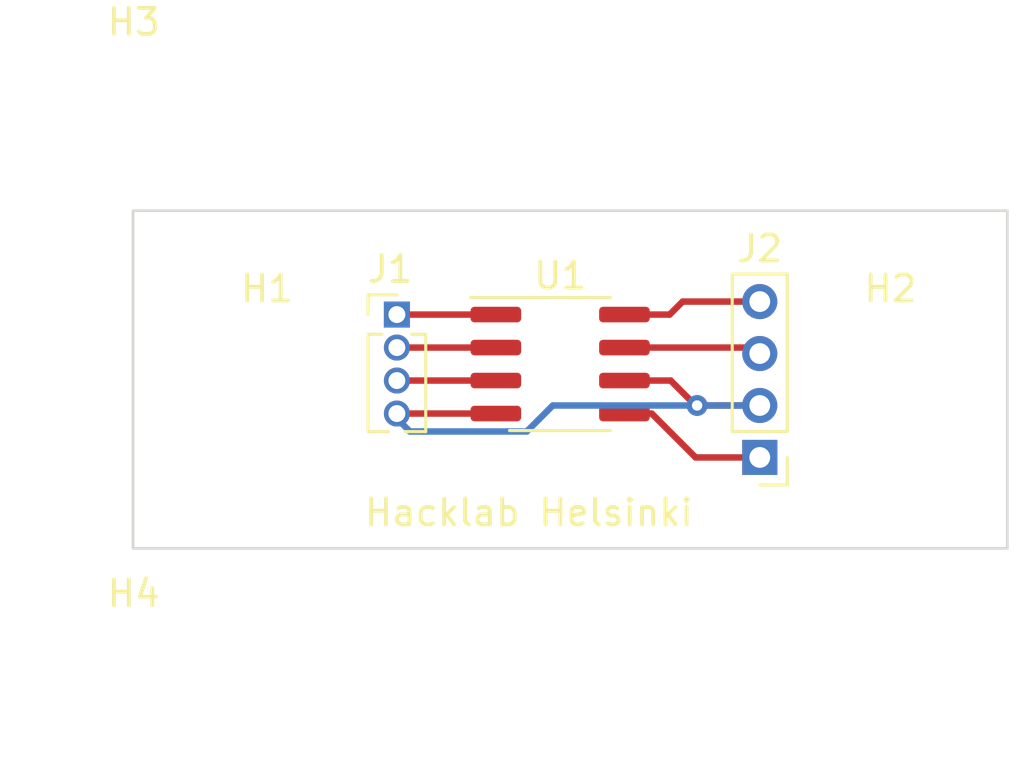
<source format=kicad_pcb>
(kicad_pcb (version 20171130) (host pcbnew 5.1.12-84ad8e8a86~92~ubuntu18.04.1)

  (general
    (thickness 1.6)
    (drawings 5)
    (tracks 21)
    (zones 0)
    (modules 7)
    (nets 8)
  )

  (page A4)
  (layers
    (0 F.Cu signal)
    (31 B.Cu signal)
    (32 B.Adhes user)
    (33 F.Adhes user)
    (34 B.Paste user)
    (35 F.Paste user)
    (36 B.SilkS user)
    (37 F.SilkS user)
    (38 B.Mask user)
    (39 F.Mask user)
    (40 Dwgs.User user)
    (41 Cmts.User user)
    (42 Eco1.User user)
    (43 Eco2.User user)
    (44 Edge.Cuts user)
    (45 Margin user)
    (46 B.CrtYd user)
    (47 F.CrtYd user)
    (48 B.Fab user)
    (49 F.Fab user)
  )

  (setup
    (last_trace_width 0.25)
    (trace_clearance 0.2)
    (zone_clearance 0.508)
    (zone_45_only no)
    (trace_min 0.2)
    (via_size 0.8)
    (via_drill 0.4)
    (via_min_size 0.4)
    (via_min_drill 0.3)
    (uvia_size 0.3)
    (uvia_drill 0.1)
    (uvias_allowed no)
    (uvia_min_size 0.2)
    (uvia_min_drill 0.1)
    (edge_width 0.05)
    (segment_width 0.2)
    (pcb_text_width 0.3)
    (pcb_text_size 1.5 1.5)
    (mod_edge_width 0.12)
    (mod_text_size 1 1)
    (mod_text_width 0.15)
    (pad_size 1.524 1.524)
    (pad_drill 0.762)
    (pad_to_mask_clearance 0)
    (aux_axis_origin 0 -0.0048)
    (grid_origin 0 -0.0048)
    (visible_elements FFFFFF7F)
    (pcbplotparams
      (layerselection 0x010fc_ffffffff)
      (usegerberextensions false)
      (usegerberattributes false)
      (usegerberadvancedattributes true)
      (creategerberjobfile true)
      (excludeedgelayer true)
      (linewidth 0.100000)
      (plotframeref false)
      (viasonmask false)
      (mode 1)
      (useauxorigin false)
      (hpglpennumber 1)
      (hpglpenspeed 20)
      (hpglpendiameter 15.000000)
      (psnegative false)
      (psa4output false)
      (plotreference true)
      (plotvalue true)
      (plotinvisibletext false)
      (padsonsilk false)
      (subtractmaskfromsilk false)
      (outputformat 1)
      (mirror false)
      (drillshape 0)
      (scaleselection 1)
      (outputdirectory "../../docker/etool/resources/soic-gerber/"))
  )

  (net 0 "")
  (net 1 "Net-(J1-Pad4)")
  (net 2 "Net-(J1-Pad3)")
  (net 3 "Net-(J1-Pad2)")
  (net 4 "Net-(J1-Pad1)")
  (net 5 "Net-(J2-Pad4)")
  (net 6 "Net-(J2-Pad3)")
  (net 7 "Net-(J2-Pad1)")

  (net_class Default "This is the default net class."
    (clearance 0.2)
    (trace_width 0.25)
    (via_dia 0.8)
    (via_drill 0.4)
    (uvia_dia 0.3)
    (uvia_drill 0.1)
    (add_net "Net-(J1-Pad1)")
    (add_net "Net-(J1-Pad2)")
    (add_net "Net-(J1-Pad3)")
    (add_net "Net-(J1-Pad4)")
    (add_net "Net-(J2-Pad1)")
    (add_net "Net-(J2-Pad3)")
    (add_net "Net-(J2-Pad4)")
  )

  (module MountingHole:MountingHole_2.1mm (layer F.Cu) (tedit 5B924765) (tstamp 6225E564)
    (at 0 -0.0048)
    (descr "Mounting Hole 2.1mm, no annular")
    (tags "mounting hole 2.1mm no annular")
    (path /6225EF9E)
    (attr virtual)
    (fp_text reference H4 (at 0 -3.2) (layer F.SilkS)
      (effects (font (size 1 1) (thickness 0.15)))
    )
    (fp_text value MountingHole (at 0 3.2) (layer F.Fab)
      (effects (font (size 1 1) (thickness 0.15)))
    )
    (fp_circle (center 0 0) (end 2.1 0) (layer Cmts.User) (width 0.15))
    (fp_circle (center 0 0) (end 2.35 0) (layer F.CrtYd) (width 0.05))
    (fp_text user %R (at 0.3 0) (layer F.Fab)
      (effects (font (size 1 1) (thickness 0.15)))
    )
    (pad "" np_thru_hole circle (at 0 0) (size 2.1 2.1) (drill 2.1) (layers *.Cu *.Mask))
  )

  (module MountingHole:MountingHole_2.1mm (layer F.Cu) (tedit 5B924765) (tstamp 6225E55C)
    (at 0 -22.0048)
    (descr "Mounting Hole 2.1mm, no annular")
    (tags "mounting hole 2.1mm no annular")
    (path /6225ED9F)
    (attr virtual)
    (fp_text reference H3 (at 0 -3.2) (layer F.SilkS)
      (effects (font (size 1 1) (thickness 0.15)))
    )
    (fp_text value MountingHole (at 0 3.2) (layer F.Fab)
      (effects (font (size 1 1) (thickness 0.15)))
    )
    (fp_circle (center 0 0) (end 2.1 0) (layer Cmts.User) (width 0.15))
    (fp_circle (center 0 0) (end 2.35 0) (layer F.CrtYd) (width 0.05))
    (fp_text user %R (at 0.3 0) (layer F.Fab)
      (effects (font (size 1 1) (thickness 0.15)))
    )
    (pad "" np_thru_hole circle (at 0 0) (size 2.1 2.1) (drill 2.1) (layers *.Cu *.Mask))
  )

  (module MountingHole:MountingHole_2.5mm (layer F.Cu) (tedit 56D1B4CB) (tstamp 621DC1A1)
    (at 29.13 -11.4428)
    (descr "Mounting Hole 2.5mm, no annular")
    (tags "mounting hole 2.5mm no annular")
    (path /621DC814)
    (attr virtual)
    (fp_text reference H2 (at 0 -3.5) (layer F.SilkS)
      (effects (font (size 1 1) (thickness 0.15)))
    )
    (fp_text value MountingHole (at 0 3.5) (layer F.Fab)
      (effects (font (size 1 1) (thickness 0.15)))
    )
    (fp_circle (center 0 0) (end 2.5 0) (layer Cmts.User) (width 0.15))
    (fp_circle (center 0 0) (end 2.75 0) (layer F.CrtYd) (width 0.05))
    (fp_text user %R (at 0.3 0) (layer F.Fab)
      (effects (font (size 1 1) (thickness 0.15)))
    )
    (pad 1 np_thru_hole circle (at 0 0) (size 2.5 2.5) (drill 2.5) (layers *.Cu *.Mask))
  )

  (module MountingHole:MountingHole_2.5mm (layer F.Cu) (tedit 56D1B4CB) (tstamp 621DC18C)
    (at 5.13 -11.4428)
    (descr "Mounting Hole 2.5mm, no annular")
    (tags "mounting hole 2.5mm no annular")
    (path /621DC444)
    (attr virtual)
    (fp_text reference H1 (at 0 -3.5) (layer F.SilkS)
      (effects (font (size 1 1) (thickness 0.15)))
    )
    (fp_text value MountingHole (at 0 3.5) (layer F.Fab)
      (effects (font (size 1 1) (thickness 0.15)))
    )
    (fp_circle (center 0 0) (end 2.5 0) (layer Cmts.User) (width 0.15))
    (fp_circle (center 0 0) (end 2.75 0) (layer F.CrtYd) (width 0.05))
    (fp_text user %R (at 0.3 0) (layer F.Fab)
      (effects (font (size 1 1) (thickness 0.15)))
    )
    (pad 1 np_thru_hole circle (at 0 0) (size 2.5 2.5) (drill 2.5) (layers *.Cu *.Mask))
  )

  (module Connector_PinHeader_2.00mm:PinHeader_1x04_P2.00mm_Vertical (layer F.Cu) (tedit 59FED667) (tstamp 6217733E)
    (at 24.1 -8.4428 180)
    (descr "Through hole straight pin header, 1x04, 2.00mm pitch, single row")
    (tags "Through hole pin header THT 1x04 2.00mm single row")
    (path /621776AF)
    (fp_text reference J2 (at 0 8.04) (layer F.SilkS)
      (effects (font (size 1 1) (thickness 0.15)))
    )
    (fp_text value Conn_01x04_Male (at 0 8.06) (layer F.Fab)
      (effects (font (size 1 1) (thickness 0.15)))
    )
    (fp_line (start 1.5 -1.5) (end -1.5 -1.5) (layer F.CrtYd) (width 0.05))
    (fp_line (start 1.5 7.5) (end 1.5 -1.5) (layer F.CrtYd) (width 0.05))
    (fp_line (start -1.5 7.5) (end 1.5 7.5) (layer F.CrtYd) (width 0.05))
    (fp_line (start -1.5 -1.5) (end -1.5 7.5) (layer F.CrtYd) (width 0.05))
    (fp_line (start -1.06 -1.06) (end 0 -1.06) (layer F.SilkS) (width 0.12))
    (fp_line (start -1.06 0) (end -1.06 -1.06) (layer F.SilkS) (width 0.12))
    (fp_line (start -1.06 1) (end 1.06 1) (layer F.SilkS) (width 0.12))
    (fp_line (start 1.06 1) (end 1.06 7.06) (layer F.SilkS) (width 0.12))
    (fp_line (start -1.06 1) (end -1.06 7.06) (layer F.SilkS) (width 0.12))
    (fp_line (start -1.06 7.06) (end 1.06 7.06) (layer F.SilkS) (width 0.12))
    (fp_line (start -1 -0.5) (end -0.5 -1) (layer F.Fab) (width 0.1))
    (fp_line (start -1 7) (end -1 -0.5) (layer F.Fab) (width 0.1))
    (fp_line (start 1 7) (end -1 7) (layer F.Fab) (width 0.1))
    (fp_line (start 1 -1) (end 1 7) (layer F.Fab) (width 0.1))
    (fp_line (start -0.5 -1) (end 1 -1) (layer F.Fab) (width 0.1))
    (fp_text user %R (at 0 3 90) (layer F.Fab)
      (effects (font (size 1 1) (thickness 0.15)))
    )
    (pad 4 thru_hole oval (at 0 6 180) (size 1.35 1.35) (drill 0.8) (layers *.Cu *.Mask)
      (net 5 "Net-(J2-Pad4)"))
    (pad 3 thru_hole oval (at 0 4 180) (size 1.35 1.35) (drill 0.8) (layers *.Cu *.Mask)
      (net 6 "Net-(J2-Pad3)"))
    (pad 2 thru_hole oval (at 0 2 180) (size 1.35 1.35) (drill 0.8) (layers *.Cu *.Mask)
      (net 1 "Net-(J1-Pad4)"))
    (pad 1 thru_hole rect (at 0 0 180) (size 1.35 1.35) (drill 0.8) (layers *.Cu *.Mask)
      (net 7 "Net-(J2-Pad1)"))
    (model ${KISYS3DMOD}/Connector_PinHeader_2.00mm.3dshapes/PinHeader_1x04_P2.00mm_Vertical.wrl
      (at (xyz 0 0 0))
      (scale (xyz 1 1 1))
      (rotate (xyz 0 0 0))
    )
  )

  (module Connector_PinHeader_1.27mm:PinHeader_1x04_P1.27mm_Vertical (layer F.Cu) (tedit 59FED6E3) (tstamp 621766BB)
    (at 10.13 -13.9428)
    (descr "Through hole straight pin header, 1x04, 1.27mm pitch, single row")
    (tags "Through hole pin header THT 1x04 1.27mm single row")
    (path /62176C3C)
    (fp_text reference J1 (at -0.25 -1.75) (layer F.SilkS)
      (effects (font (size 1 1) (thickness 0.15)))
    )
    (fp_text value Conn_01x04_Male (at 0 5.505) (layer F.Fab)
      (effects (font (size 1 1) (thickness 0.15)))
    )
    (fp_line (start 1.55 -1.15) (end -1.55 -1.15) (layer F.CrtYd) (width 0.05))
    (fp_line (start 1.55 4.95) (end 1.55 -1.15) (layer F.CrtYd) (width 0.05))
    (fp_line (start -1.55 4.95) (end 1.55 4.95) (layer F.CrtYd) (width 0.05))
    (fp_line (start -1.55 -1.15) (end -1.55 4.95) (layer F.CrtYd) (width 0.05))
    (fp_line (start -1.11 -0.76) (end 0 -0.76) (layer F.SilkS) (width 0.12))
    (fp_line (start -1.11 0) (end -1.11 -0.76) (layer F.SilkS) (width 0.12))
    (fp_line (start 0.563471 0.76) (end 1.11 0.76) (layer F.SilkS) (width 0.12))
    (fp_line (start -1.11 0.76) (end -0.563471 0.76) (layer F.SilkS) (width 0.12))
    (fp_line (start 1.11 0.76) (end 1.11 4.505) (layer F.SilkS) (width 0.12))
    (fp_line (start -1.11 0.76) (end -1.11 4.505) (layer F.SilkS) (width 0.12))
    (fp_line (start 0.30753 4.505) (end 1.11 4.505) (layer F.SilkS) (width 0.12))
    (fp_line (start -1.11 4.505) (end -0.30753 4.505) (layer F.SilkS) (width 0.12))
    (fp_line (start -1.05 -0.11) (end -0.525 -0.635) (layer F.Fab) (width 0.1))
    (fp_line (start -1.05 4.445) (end -1.05 -0.11) (layer F.Fab) (width 0.1))
    (fp_line (start 1.05 4.445) (end -1.05 4.445) (layer F.Fab) (width 0.1))
    (fp_line (start 1.05 -0.635) (end 1.05 4.445) (layer F.Fab) (width 0.1))
    (fp_line (start -0.525 -0.635) (end 1.05 -0.635) (layer F.Fab) (width 0.1))
    (fp_text user %R (at 0 1.905 90) (layer F.Fab)
      (effects (font (size 1 1) (thickness 0.15)))
    )
    (pad 4 thru_hole oval (at 0 3.81) (size 1 1) (drill 0.65) (layers *.Cu *.Mask)
      (net 1 "Net-(J1-Pad4)"))
    (pad 3 thru_hole oval (at 0 2.54) (size 1 1) (drill 0.65) (layers *.Cu *.Mask)
      (net 2 "Net-(J1-Pad3)"))
    (pad 2 thru_hole oval (at 0 1.27) (size 1 1) (drill 0.65) (layers *.Cu *.Mask)
      (net 3 "Net-(J1-Pad2)"))
    (pad 1 thru_hole rect (at 0 0) (size 1 1) (drill 0.65) (layers *.Cu *.Mask)
      (net 4 "Net-(J1-Pad1)"))
    (model ${KISYS3DMOD}/Connector_PinHeader_1.27mm.3dshapes/PinHeader_1x04_P1.27mm_Vertical.wrl
      (at (xyz 0 0 0))
      (scale (xyz 1 1 1))
      (rotate (xyz 0 0 0))
    )
  )

  (module Package_SO:SOIC-8_3.9x4.9mm_P1.27mm (layer F.Cu) (tedit 5D9F72B1) (tstamp 621768EC)
    (at 16.415 -12.0378)
    (descr "SOIC, 8 Pin (JEDEC MS-012AA, https://www.analog.com/media/en/package-pcb-resources/package/pkg_pdf/soic_narrow-r/r_8.pdf), generated with kicad-footprint-generator ipc_gullwing_generator.py")
    (tags "SOIC SO")
    (path /6217633E)
    (attr smd)
    (fp_text reference U1 (at 0 -3.4) (layer F.SilkS)
      (effects (font (size 1 1) (thickness 0.15)))
    )
    (fp_text value LF398_SOIC8 (at 0 3.4) (layer F.Fab)
      (effects (font (size 1 1) (thickness 0.15)))
    )
    (fp_line (start 3.7 -2.7) (end -3.7 -2.7) (layer F.CrtYd) (width 0.05))
    (fp_line (start 3.7 2.7) (end 3.7 -2.7) (layer F.CrtYd) (width 0.05))
    (fp_line (start -3.7 2.7) (end 3.7 2.7) (layer F.CrtYd) (width 0.05))
    (fp_line (start -3.7 -2.7) (end -3.7 2.7) (layer F.CrtYd) (width 0.05))
    (fp_line (start -1.95 -1.475) (end -0.975 -2.45) (layer F.Fab) (width 0.1))
    (fp_line (start -1.95 2.45) (end -1.95 -1.475) (layer F.Fab) (width 0.1))
    (fp_line (start 1.95 2.45) (end -1.95 2.45) (layer F.Fab) (width 0.1))
    (fp_line (start 1.95 -2.45) (end 1.95 2.45) (layer F.Fab) (width 0.1))
    (fp_line (start -0.975 -2.45) (end 1.95 -2.45) (layer F.Fab) (width 0.1))
    (fp_line (start 0 -2.56) (end -3.45 -2.56) (layer F.SilkS) (width 0.12))
    (fp_line (start 0 -2.56) (end 1.95 -2.56) (layer F.SilkS) (width 0.12))
    (fp_line (start 0 2.56) (end -1.95 2.56) (layer F.SilkS) (width 0.12))
    (fp_line (start 0 2.56) (end 1.95 2.56) (layer F.SilkS) (width 0.12))
    (fp_text user %R (at 0 0) (layer F.Fab)
      (effects (font (size 0.98 0.98) (thickness 0.15)))
    )
    (pad 8 smd roundrect (at 2.475 -1.905) (size 1.95 0.6) (layers F.Cu F.Paste F.Mask) (roundrect_rratio 0.25)
      (net 5 "Net-(J2-Pad4)"))
    (pad 7 smd roundrect (at 2.475 -0.635) (size 1.95 0.6) (layers F.Cu F.Paste F.Mask) (roundrect_rratio 0.25)
      (net 6 "Net-(J2-Pad3)"))
    (pad 6 smd roundrect (at 2.475 0.635) (size 1.95 0.6) (layers F.Cu F.Paste F.Mask) (roundrect_rratio 0.25)
      (net 1 "Net-(J1-Pad4)"))
    (pad 5 smd roundrect (at 2.475 1.905) (size 1.95 0.6) (layers F.Cu F.Paste F.Mask) (roundrect_rratio 0.25)
      (net 7 "Net-(J2-Pad1)"))
    (pad 4 smd roundrect (at -2.475 1.905) (size 1.95 0.6) (layers F.Cu F.Paste F.Mask) (roundrect_rratio 0.25)
      (net 1 "Net-(J1-Pad4)"))
    (pad 3 smd roundrect (at -2.475 0.635) (size 1.95 0.6) (layers F.Cu F.Paste F.Mask) (roundrect_rratio 0.25)
      (net 2 "Net-(J1-Pad3)"))
    (pad 2 smd roundrect (at -2.475 -0.635) (size 1.95 0.6) (layers F.Cu F.Paste F.Mask) (roundrect_rratio 0.25)
      (net 3 "Net-(J1-Pad2)"))
    (pad 1 smd roundrect (at -2.475 -1.905) (size 1.95 0.6) (layers F.Cu F.Paste F.Mask) (roundrect_rratio 0.25)
      (net 4 "Net-(J1-Pad1)"))
    (model ${KISYS3DMOD}/Package_SO.3dshapes/SOIC-8_3.9x4.9mm_P1.27mm.wrl
      (at (xyz 0 0 0))
      (scale (xyz 1 1 1))
      (rotate (xyz 0 0 0))
    )
  )

  (gr_text "Hacklab Helsinki" (at 15.21 -6.3228) (layer F.SilkS)
    (effects (font (size 1 1) (thickness 0.15)))
  )
  (gr_line (start 33.63 -17.9428) (end 33.63 -4.9428) (layer Edge.Cuts) (width 0.1))
  (gr_line (start -0.03 -17.9428) (end 33.63 -17.9428) (layer Edge.Cuts) (width 0.1))
  (gr_line (start -0.03 -4.9428) (end -0.03 -17.9428) (layer Edge.Cuts) (width 0.1))
  (gr_line (start 33.63 -4.9428) (end -0.03 -4.9428) (layer Edge.Cuts) (width 0.1))

  (segment (start 10.13 -10.1328) (end 13.94 -10.1328) (width 0.25) (layer F.Cu) (net 1))
  (segment (start 18.89 -11.4028) (end 20.67 -11.4028) (width 0.25) (layer F.Cu) (net 1))
  (segment (start 20.67 -11.4028) (end 21.63 -10.4428) (width 0.25) (layer F.Cu) (net 1))
  (segment (start 21.63 -10.4428) (end 21.688 -10.4428) (width 0.25) (layer F.Cu) (net 1))
  (segment (start 24.1 -10.4428) (end 16.13 -10.4428) (width 0.25) (layer B.Cu) (net 1))
  (segment (start 16.13 -10.4428) (end 15.13 -9.4428) (width 0.25) (layer B.Cu) (net 1))
  (segment (start 15.13 -9.4428) (end 11.13 -9.4428) (width 0.25) (layer B.Cu) (net 1))
  (segment (start 11.13 -9.4428) (end 10.63 -9.4428) (width 0.25) (layer B.Cu) (net 1))
  (segment (start 10.63 -9.4428) (end 10.13 -9.9428) (width 0.25) (layer B.Cu) (net 1))
  (segment (start 21.688 -10.4428) (end 24.13 -10.4428) (width 0.25) (layer F.Cu) (net 1) (tstamp 623456D7))
  (via (at 21.688 -10.4428) (size 0.8) (drill 0.4) (layers F.Cu B.Cu) (net 1))
  (segment (start 10.13 -11.4028) (end 13.94 -11.4028) (width 0.25) (layer F.Cu) (net 2))
  (segment (start 10.13 -12.6728) (end 13.94 -12.6728) (width 0.25) (layer F.Cu) (net 3))
  (segment (start 10.13 -13.9428) (end 13.94 -13.9428) (width 0.25) (layer F.Cu) (net 4))
  (segment (start 18.89 -13.9428) (end 20.63 -13.9428) (width 0.25) (layer F.Cu) (net 5))
  (segment (start 20.63 -13.9428) (end 21.13 -14.4428) (width 0.25) (layer F.Cu) (net 5))
  (segment (start 21.13 -14.4428) (end 24.13 -14.4428) (width 0.25) (layer F.Cu) (net 5))
  (segment (start 18.89 -12.6728) (end 23.9 -12.6728) (width 0.25) (layer F.Cu) (net 6))
  (segment (start 18.89 -10.1328) (end 19.94 -10.1328) (width 0.25) (layer F.Cu) (net 7))
  (segment (start 19.94 -10.1328) (end 21.63 -8.4428) (width 0.25) (layer F.Cu) (net 7))
  (segment (start 21.63 -8.4428) (end 24.13 -8.4428) (width 0.25) (layer F.Cu) (net 7))

)

</source>
